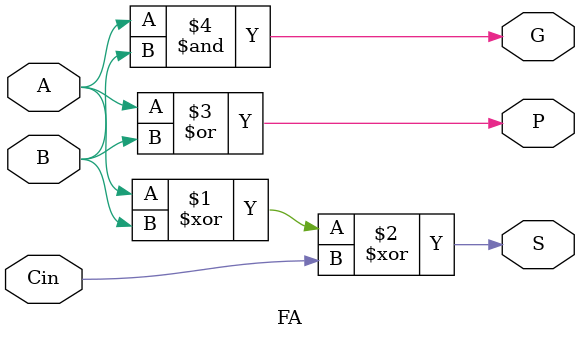
<source format=v>
module FA(A, B, Cin, G, P, S);
input A, B, Cin;
output S, P, G;

assign S = A ^ B ^ Cin;
assign P = A | B;
assign G = A & B;

endmodule


</source>
